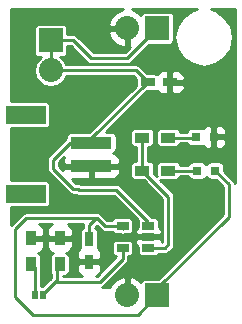
<source format=gbr>
G04 #@! TF.FileFunction,Copper,L1,Top,Signal*
%FSLAX46Y46*%
G04 Gerber Fmt 4.6, Leading zero omitted, Abs format (unit mm)*
G04 Created by KiCad (PCBNEW no-vcs-found-product) date mar 10 nov 2015 21:49:01 CST*
%MOMM*%
G01*
G04 APERTURE LIST*
%ADD10C,0.100000*%
%ADD11R,0.750000X1.200000*%
%ADD12R,1.200000X0.750000*%
%ADD13R,0.797560X0.797560*%
%ADD14R,2.032000X2.032000*%
%ADD15O,2.032000X2.032000*%
%ADD16R,3.395980X1.498600*%
%ADD17R,3.497580X0.995680*%
%ADD18R,1.200000X0.900000*%
%ADD19R,0.900000X1.200000*%
%ADD20R,0.508000X0.762000*%
%ADD21R,1.060000X0.650000*%
%ADD22C,0.250000*%
%ADD23C,0.254000*%
G04 APERTURE END LIST*
D10*
D11*
X134048500Y-115128000D03*
X134048500Y-117028000D03*
D12*
X139004000Y-101854000D03*
X140904000Y-101854000D03*
D13*
X144716500Y-109321600D03*
X143217900Y-109321600D03*
X143116300Y-106476800D03*
X144614900Y-106476800D03*
D14*
X130810000Y-98298000D03*
D15*
X130810000Y-100838000D03*
D14*
X139827000Y-97282000D03*
D15*
X137287000Y-97282000D03*
D16*
X128699260Y-104602280D03*
D17*
X134249160Y-106951780D03*
X134249160Y-108948220D03*
D16*
X128699260Y-111297720D03*
D14*
X139827000Y-119888000D03*
D15*
X137287000Y-119888000D03*
D18*
X138549200Y-109321600D03*
X140749200Y-109321600D03*
X138549200Y-106527600D03*
X140749200Y-106527600D03*
D19*
X131572000Y-115041500D03*
X131572000Y-117241500D03*
X129159000Y-115041500D03*
X129159000Y-117241500D03*
D20*
X130149600Y-119888000D03*
X129438400Y-119888000D03*
D21*
X139085500Y-115885000D03*
X139085500Y-114935000D03*
X139085500Y-113985000D03*
X136885500Y-113985000D03*
X136885500Y-115885000D03*
D22*
X134048500Y-115128000D02*
X134048500Y-113957100D01*
X134658100Y-113347500D02*
X134747000Y-113347500D01*
X134048500Y-113957100D02*
X134658100Y-113347500D01*
X139827000Y-119888000D02*
X139827000Y-119303800D01*
X139827000Y-119303800D02*
X145897600Y-113233200D01*
X145897600Y-110502700D02*
X144716500Y-109321600D01*
X145897600Y-113233200D02*
X145897600Y-110502700D01*
X136885500Y-113985000D02*
X135384500Y-113985000D01*
X138176000Y-121539000D02*
X139827000Y-119888000D01*
X129286000Y-121539000D02*
X138176000Y-121539000D01*
X127762000Y-120015000D02*
X129286000Y-121539000D01*
X127762000Y-114300000D02*
X127762000Y-120015000D01*
X128714500Y-113347500D02*
X127762000Y-114300000D01*
X134747000Y-113347500D02*
X128714500Y-113347500D01*
X135384500Y-113985000D02*
X134747000Y-113347500D01*
X136885500Y-114257000D02*
X136885500Y-113985000D01*
X139827000Y-118999000D02*
X139827000Y-119888000D01*
X134048500Y-117028000D02*
X134114500Y-117028000D01*
X139085500Y-113985000D02*
X139085500Y-113685500D01*
X139085500Y-113685500D02*
X136334500Y-110934500D01*
X136334500Y-110934500D02*
X133159500Y-110934500D01*
X133159500Y-110934500D02*
X133096000Y-110871000D01*
X133096000Y-110871000D02*
X132715000Y-110871000D01*
X132715000Y-110871000D02*
X131000500Y-109156500D01*
X131000500Y-109156500D02*
X131000500Y-108394500D01*
X131000500Y-108394500D02*
X132443220Y-106951780D01*
X132443220Y-106951780D02*
X134249160Y-106951780D01*
X130810000Y-100838000D02*
X130810000Y-98298000D01*
X130810000Y-100838000D02*
X137988000Y-100838000D01*
X137988000Y-100838000D02*
X139004000Y-101854000D01*
X134249160Y-106951780D02*
X134249160Y-106608840D01*
X134249160Y-106608840D02*
X139004000Y-101854000D01*
X130810000Y-98298000D02*
X132715000Y-98298000D01*
X132715000Y-98298000D02*
X134239000Y-99822000D01*
X134239000Y-99822000D02*
X137287000Y-99822000D01*
X137287000Y-99822000D02*
X139827000Y-97282000D01*
X143217900Y-109321600D02*
X140749200Y-109321600D01*
X140749200Y-106527600D02*
X143065500Y-106527600D01*
X143065500Y-106527600D02*
X143116300Y-106476800D01*
X138549200Y-106527600D02*
X138549200Y-109321600D01*
X138549200Y-109321600D02*
X140766800Y-111539200D01*
X140766800Y-111539200D02*
X140766800Y-115570000D01*
X140766800Y-115570000D02*
X140451800Y-115885000D01*
X140451800Y-115885000D02*
X139085500Y-115885000D01*
X131191000Y-118745000D02*
X134937500Y-118745000D01*
X136885500Y-116797000D02*
X136885500Y-115885000D01*
X134937500Y-118745000D02*
X136885500Y-116797000D01*
X130149600Y-119888000D02*
X130149600Y-119786400D01*
X130149600Y-119786400D02*
X131191000Y-118745000D01*
X131191000Y-118745000D02*
X131318000Y-118618000D01*
X131318000Y-118618000D02*
X131318000Y-117495500D01*
X131318000Y-117495500D02*
X131572000Y-117241500D01*
X129438400Y-119888000D02*
X129438400Y-117520900D01*
X129438400Y-117520900D02*
X129159000Y-117241500D01*
X129438400Y-119888000D02*
X129286000Y-119888000D01*
D23*
G36*
X136422182Y-95875615D02*
X135949812Y-96313621D01*
X135681017Y-96899054D01*
X135799633Y-97155000D01*
X137160000Y-97155000D01*
X137160000Y-97135000D01*
X137414000Y-97135000D01*
X137414000Y-97155000D01*
X137434000Y-97155000D01*
X137434000Y-97409000D01*
X137414000Y-97409000D01*
X137414000Y-98768836D01*
X137557687Y-98835721D01*
X137077408Y-99316000D01*
X134448592Y-99316000D01*
X133072796Y-97940204D01*
X132908638Y-97830517D01*
X132715000Y-97792000D01*
X132214464Y-97792000D01*
X132214464Y-97664946D01*
X135681017Y-97664946D01*
X135949812Y-98250379D01*
X136422182Y-98688385D01*
X136904056Y-98887975D01*
X137160000Y-98768836D01*
X137160000Y-97409000D01*
X135799633Y-97409000D01*
X135681017Y-97664946D01*
X132214464Y-97664946D01*
X132214464Y-97282000D01*
X132187897Y-97140810D01*
X132104454Y-97011135D01*
X131977134Y-96924141D01*
X131826000Y-96893536D01*
X129794000Y-96893536D01*
X129652810Y-96920103D01*
X129523135Y-97003546D01*
X129436141Y-97130866D01*
X129405536Y-97282000D01*
X129405536Y-99314000D01*
X129432103Y-99455190D01*
X129515546Y-99584865D01*
X129642866Y-99671859D01*
X129794000Y-99702464D01*
X130015863Y-99702464D01*
X129794803Y-99850172D01*
X129491971Y-100303391D01*
X129385631Y-100838000D01*
X129491971Y-101372609D01*
X129794803Y-101825828D01*
X130248022Y-102128660D01*
X130782631Y-102235000D01*
X130837369Y-102235000D01*
X131371978Y-102128660D01*
X131825197Y-101825828D01*
X132128029Y-101372609D01*
X132133720Y-101344000D01*
X137778408Y-101344000D01*
X138015536Y-101581128D01*
X138015536Y-102126872D01*
X134076932Y-106065476D01*
X132500370Y-106065476D01*
X132359180Y-106092043D01*
X132229505Y-106175486D01*
X132142511Y-106302806D01*
X132111906Y-106453940D01*
X132111906Y-106576289D01*
X132085424Y-106593984D01*
X130642704Y-108036704D01*
X130533017Y-108200862D01*
X130494500Y-108394500D01*
X130494500Y-109156500D01*
X130533017Y-109350138D01*
X130642704Y-109514296D01*
X132357204Y-111228796D01*
X132521362Y-111338483D01*
X132715000Y-111377000D01*
X132928472Y-111377000D01*
X132965862Y-111401983D01*
X133159500Y-111440500D01*
X136124908Y-111440500D01*
X138196906Y-113512498D01*
X138167036Y-113660000D01*
X138167036Y-114100439D01*
X138017173Y-114250301D01*
X137920500Y-114483690D01*
X137920500Y-114649250D01*
X138079250Y-114808000D01*
X138958500Y-114808000D01*
X138958500Y-114788000D01*
X139212500Y-114788000D01*
X139212500Y-114808000D01*
X140091750Y-114808000D01*
X140250500Y-114649250D01*
X140250500Y-114483690D01*
X140153827Y-114250301D01*
X140003964Y-114100439D01*
X140003964Y-113660000D01*
X139977397Y-113518810D01*
X139893954Y-113389135D01*
X139766634Y-113302141D01*
X139615500Y-113271536D01*
X139387128Y-113271536D01*
X136692296Y-110576704D01*
X136528138Y-110467017D01*
X136334500Y-110428500D01*
X133327028Y-110428500D01*
X133289638Y-110403517D01*
X133096000Y-110365000D01*
X132924592Y-110365000D01*
X132640652Y-110081060D01*
X133963410Y-110081060D01*
X134122160Y-109922310D01*
X134122160Y-109075220D01*
X134376160Y-109075220D01*
X134376160Y-109922310D01*
X134534910Y-110081060D01*
X136124260Y-110081060D01*
X136357649Y-109984387D01*
X136536277Y-109805758D01*
X136632950Y-109572369D01*
X136632950Y-109233970D01*
X136474200Y-109075220D01*
X134376160Y-109075220D01*
X134122160Y-109075220D01*
X132024120Y-109075220D01*
X131865370Y-109233970D01*
X131865370Y-109305778D01*
X131506500Y-108946908D01*
X131506500Y-108604092D01*
X131921125Y-108189467D01*
X131865370Y-108324071D01*
X131865370Y-108662470D01*
X132024120Y-108821220D01*
X134122160Y-108821220D01*
X134122160Y-108801220D01*
X134376160Y-108801220D01*
X134376160Y-108821220D01*
X136474200Y-108821220D01*
X136632950Y-108662470D01*
X136632950Y-108324071D01*
X136536277Y-108090682D01*
X136357649Y-107912053D01*
X136124260Y-107815380D01*
X136118610Y-107815380D01*
X136139140Y-107811517D01*
X136268815Y-107728074D01*
X136355809Y-107600754D01*
X136386414Y-107449620D01*
X136386414Y-106453940D01*
X136359847Y-106312750D01*
X136276404Y-106183075D01*
X136149084Y-106096081D01*
X135997950Y-106065476D01*
X135508116Y-106065476D01*
X138956128Y-102617464D01*
X139604000Y-102617464D01*
X139745190Y-102590897D01*
X139762081Y-102580028D01*
X139765673Y-102588699D01*
X139944302Y-102767327D01*
X140177691Y-102864000D01*
X140618250Y-102864000D01*
X140777000Y-102705250D01*
X140777000Y-101981000D01*
X141031000Y-101981000D01*
X141031000Y-102705250D01*
X141189750Y-102864000D01*
X141630309Y-102864000D01*
X141863698Y-102767327D01*
X142042327Y-102588699D01*
X142139000Y-102355310D01*
X142139000Y-102139750D01*
X141980250Y-101981000D01*
X141031000Y-101981000D01*
X140777000Y-101981000D01*
X140757000Y-101981000D01*
X140757000Y-101727000D01*
X140777000Y-101727000D01*
X140777000Y-101002750D01*
X141031000Y-101002750D01*
X141031000Y-101727000D01*
X141980250Y-101727000D01*
X142139000Y-101568250D01*
X142139000Y-101352690D01*
X142042327Y-101119301D01*
X141863698Y-100940673D01*
X141630309Y-100844000D01*
X141189750Y-100844000D01*
X141031000Y-101002750D01*
X140777000Y-101002750D01*
X140618250Y-100844000D01*
X140177691Y-100844000D01*
X139944302Y-100940673D01*
X139765673Y-101119301D01*
X139762754Y-101126348D01*
X139755134Y-101121141D01*
X139604000Y-101090536D01*
X138956128Y-101090536D01*
X138345796Y-100480204D01*
X138181638Y-100370517D01*
X137988000Y-100332000D01*
X132133720Y-100332000D01*
X132128029Y-100303391D01*
X131825197Y-99850172D01*
X131604137Y-99702464D01*
X131826000Y-99702464D01*
X131967190Y-99675897D01*
X132096865Y-99592454D01*
X132183859Y-99465134D01*
X132214464Y-99314000D01*
X132214464Y-98804000D01*
X132505408Y-98804000D01*
X133881204Y-100179796D01*
X134045362Y-100289483D01*
X134239000Y-100328000D01*
X137287000Y-100328000D01*
X137480638Y-100289483D01*
X137644796Y-100179796D01*
X139138128Y-98686464D01*
X140843000Y-98686464D01*
X140984190Y-98659897D01*
X141113865Y-98576454D01*
X141200859Y-98449134D01*
X141231464Y-98298000D01*
X141231464Y-96266000D01*
X141204897Y-96124810D01*
X141121454Y-95995135D01*
X140994134Y-95908141D01*
X140843000Y-95877536D01*
X138811000Y-95877536D01*
X138669810Y-95904103D01*
X138540135Y-95987546D01*
X138453141Y-96114866D01*
X138446296Y-96148670D01*
X138151818Y-95875615D01*
X137681955Y-95681000D01*
X143181767Y-95681000D01*
X142815399Y-95753875D01*
X142011215Y-96291215D01*
X141473875Y-97095399D01*
X141285187Y-98044000D01*
X141473875Y-98992601D01*
X142011215Y-99796785D01*
X142815399Y-100334125D01*
X143764000Y-100522813D01*
X144712601Y-100334125D01*
X145516785Y-99796785D01*
X146054125Y-98992601D01*
X146242813Y-98044000D01*
X146054125Y-97095399D01*
X145516785Y-96291215D01*
X144712601Y-95753875D01*
X144346233Y-95681000D01*
X146381000Y-95681000D01*
X146381000Y-110389082D01*
X146365083Y-110309062D01*
X146255396Y-110144904D01*
X145503744Y-109393252D01*
X145503744Y-108922820D01*
X145477177Y-108781630D01*
X145393734Y-108651955D01*
X145266414Y-108564961D01*
X145115280Y-108534356D01*
X144317720Y-108534356D01*
X144176530Y-108560923D01*
X144046855Y-108644366D01*
X143966204Y-108762402D01*
X143895134Y-108651955D01*
X143767814Y-108564961D01*
X143616680Y-108534356D01*
X142819120Y-108534356D01*
X142677930Y-108560923D01*
X142548255Y-108644366D01*
X142461261Y-108771686D01*
X142452368Y-108815600D01*
X141727127Y-108815600D01*
X141711097Y-108730410D01*
X141627654Y-108600735D01*
X141500334Y-108513741D01*
X141349200Y-108483136D01*
X140149200Y-108483136D01*
X140008010Y-108509703D01*
X139878335Y-108593146D01*
X139791341Y-108720466D01*
X139760736Y-108871600D01*
X139760736Y-109771600D01*
X139771385Y-109828193D01*
X139537664Y-109594472D01*
X139537664Y-108871600D01*
X139511097Y-108730410D01*
X139427654Y-108600735D01*
X139300334Y-108513741D01*
X139149200Y-108483136D01*
X139055200Y-108483136D01*
X139055200Y-107366064D01*
X139149200Y-107366064D01*
X139290390Y-107339497D01*
X139420065Y-107256054D01*
X139507059Y-107128734D01*
X139537664Y-106977600D01*
X139537664Y-106077600D01*
X139760736Y-106077600D01*
X139760736Y-106977600D01*
X139787303Y-107118790D01*
X139870746Y-107248465D01*
X139998066Y-107335459D01*
X140149200Y-107366064D01*
X141349200Y-107366064D01*
X141490390Y-107339497D01*
X141620065Y-107256054D01*
X141707059Y-107128734D01*
X141726324Y-107033600D01*
X142366453Y-107033600D01*
X142439066Y-107146445D01*
X142566386Y-107233439D01*
X142717520Y-107264044D01*
X143515080Y-107264044D01*
X143656270Y-107237477D01*
X143673982Y-107226079D01*
X143677793Y-107235279D01*
X143856422Y-107413907D01*
X144089811Y-107510580D01*
X144329150Y-107510580D01*
X144487900Y-107351830D01*
X144487900Y-106603800D01*
X144741900Y-106603800D01*
X144741900Y-107351830D01*
X144900650Y-107510580D01*
X145139989Y-107510580D01*
X145373378Y-107413907D01*
X145552007Y-107235279D01*
X145648680Y-107001890D01*
X145648680Y-106762550D01*
X145489930Y-106603800D01*
X144741900Y-106603800D01*
X144487900Y-106603800D01*
X144467900Y-106603800D01*
X144467900Y-106349800D01*
X144487900Y-106349800D01*
X144487900Y-105601770D01*
X144741900Y-105601770D01*
X144741900Y-106349800D01*
X145489930Y-106349800D01*
X145648680Y-106191050D01*
X145648680Y-105951710D01*
X145552007Y-105718321D01*
X145373378Y-105539693D01*
X145139989Y-105443020D01*
X144900650Y-105443020D01*
X144741900Y-105601770D01*
X144487900Y-105601770D01*
X144329150Y-105443020D01*
X144089811Y-105443020D01*
X143856422Y-105539693D01*
X143677793Y-105718321D01*
X143674645Y-105725921D01*
X143666214Y-105720161D01*
X143515080Y-105689556D01*
X142717520Y-105689556D01*
X142576330Y-105716123D01*
X142446655Y-105799566D01*
X142359661Y-105926886D01*
X142340481Y-106021600D01*
X141727127Y-106021600D01*
X141711097Y-105936410D01*
X141627654Y-105806735D01*
X141500334Y-105719741D01*
X141349200Y-105689136D01*
X140149200Y-105689136D01*
X140008010Y-105715703D01*
X139878335Y-105799146D01*
X139791341Y-105926466D01*
X139760736Y-106077600D01*
X139537664Y-106077600D01*
X139511097Y-105936410D01*
X139427654Y-105806735D01*
X139300334Y-105719741D01*
X139149200Y-105689136D01*
X137949200Y-105689136D01*
X137808010Y-105715703D01*
X137678335Y-105799146D01*
X137591341Y-105926466D01*
X137560736Y-106077600D01*
X137560736Y-106977600D01*
X137587303Y-107118790D01*
X137670746Y-107248465D01*
X137798066Y-107335459D01*
X137949200Y-107366064D01*
X138043200Y-107366064D01*
X138043200Y-108483136D01*
X137949200Y-108483136D01*
X137808010Y-108509703D01*
X137678335Y-108593146D01*
X137591341Y-108720466D01*
X137560736Y-108871600D01*
X137560736Y-109771600D01*
X137587303Y-109912790D01*
X137670746Y-110042465D01*
X137798066Y-110129459D01*
X137949200Y-110160064D01*
X138672072Y-110160064D01*
X140260800Y-111748792D01*
X140260800Y-115360408D01*
X140250500Y-115370708D01*
X140250500Y-115220750D01*
X140091750Y-115062000D01*
X139212500Y-115062000D01*
X139212500Y-115082000D01*
X138958500Y-115082000D01*
X138958500Y-115062000D01*
X138079250Y-115062000D01*
X137920500Y-115220750D01*
X137920500Y-115386310D01*
X138017173Y-115619699D01*
X138167036Y-115769561D01*
X138167036Y-116210000D01*
X138193603Y-116351190D01*
X138277046Y-116480865D01*
X138404366Y-116567859D01*
X138555500Y-116598464D01*
X139615500Y-116598464D01*
X139756690Y-116571897D01*
X139886365Y-116488454D01*
X139952952Y-116391000D01*
X140451800Y-116391000D01*
X140645438Y-116352483D01*
X140809596Y-116242796D01*
X141124596Y-115927796D01*
X141234283Y-115763638D01*
X141272800Y-115570000D01*
X141272800Y-111539200D01*
X141234283Y-111345562D01*
X141124596Y-111181404D01*
X140091590Y-110148398D01*
X140149200Y-110160064D01*
X141349200Y-110160064D01*
X141490390Y-110133497D01*
X141620065Y-110050054D01*
X141707059Y-109922734D01*
X141726324Y-109827600D01*
X142450831Y-109827600D01*
X142457223Y-109861570D01*
X142540666Y-109991245D01*
X142667986Y-110078239D01*
X142819120Y-110108844D01*
X143616680Y-110108844D01*
X143757870Y-110082277D01*
X143887545Y-109998834D01*
X143968196Y-109880798D01*
X144039266Y-109991245D01*
X144166586Y-110078239D01*
X144317720Y-110108844D01*
X144788152Y-110108844D01*
X145391600Y-110712292D01*
X145391600Y-113023608D01*
X139931672Y-118483536D01*
X138811000Y-118483536D01*
X138669810Y-118510103D01*
X138540135Y-118593546D01*
X138453141Y-118720866D01*
X138446296Y-118754670D01*
X138151818Y-118481615D01*
X137669944Y-118282025D01*
X137414000Y-118401164D01*
X137414000Y-119761000D01*
X137434000Y-119761000D01*
X137434000Y-120015000D01*
X137414000Y-120015000D01*
X137414000Y-120035000D01*
X137160000Y-120035000D01*
X137160000Y-120015000D01*
X137140000Y-120015000D01*
X137140000Y-119761000D01*
X137160000Y-119761000D01*
X137160000Y-118401164D01*
X136904056Y-118282025D01*
X136422182Y-118481615D01*
X135949812Y-118919621D01*
X135830813Y-119178800D01*
X135181548Y-119178800D01*
X135295296Y-119102796D01*
X137243296Y-117154796D01*
X137352983Y-116990638D01*
X137391500Y-116797000D01*
X137391500Y-116598464D01*
X137415500Y-116598464D01*
X137556690Y-116571897D01*
X137686365Y-116488454D01*
X137773359Y-116361134D01*
X137803964Y-116210000D01*
X137803964Y-115560000D01*
X137777397Y-115418810D01*
X137693954Y-115289135D01*
X137566634Y-115202141D01*
X137415500Y-115171536D01*
X136355500Y-115171536D01*
X136214310Y-115198103D01*
X136084635Y-115281546D01*
X135997641Y-115408866D01*
X135967036Y-115560000D01*
X135967036Y-116210000D01*
X135993603Y-116351190D01*
X136077046Y-116480865D01*
X136204366Y-116567859D01*
X136355500Y-116598464D01*
X136368444Y-116598464D01*
X134727908Y-118239000D01*
X134607751Y-118239000D01*
X134783199Y-118166327D01*
X134961827Y-117987698D01*
X135058500Y-117754309D01*
X135058500Y-117313750D01*
X134899750Y-117155000D01*
X134175500Y-117155000D01*
X134175500Y-117175000D01*
X133921500Y-117175000D01*
X133921500Y-117155000D01*
X133197250Y-117155000D01*
X133038500Y-117313750D01*
X133038500Y-117754309D01*
X133135173Y-117987698D01*
X133313801Y-118166327D01*
X133489249Y-118239000D01*
X131824000Y-118239000D01*
X131824000Y-118229964D01*
X132022000Y-118229964D01*
X132163190Y-118203397D01*
X132292865Y-118119954D01*
X132379859Y-117992634D01*
X132410464Y-117841500D01*
X132410464Y-116641500D01*
X132383897Y-116500310D01*
X132300454Y-116370635D01*
X132173134Y-116283641D01*
X132137870Y-116276500D01*
X132148310Y-116276500D01*
X132381699Y-116179827D01*
X132560327Y-116001198D01*
X132657000Y-115767809D01*
X132657000Y-115327250D01*
X132498250Y-115168500D01*
X131699000Y-115168500D01*
X131699000Y-115188500D01*
X131445000Y-115188500D01*
X131445000Y-115168500D01*
X130645750Y-115168500D01*
X130487000Y-115327250D01*
X130487000Y-115767809D01*
X130583673Y-116001198D01*
X130762301Y-116179827D01*
X130995690Y-116276500D01*
X130997301Y-116276500D01*
X130980810Y-116279603D01*
X130851135Y-116363046D01*
X130764141Y-116490366D01*
X130733536Y-116641500D01*
X130733536Y-117841500D01*
X130760103Y-117982690D01*
X130812000Y-118063341D01*
X130812000Y-118408408D01*
X130101872Y-119118536D01*
X129944400Y-119118536D01*
X129944400Y-118025504D01*
X129966859Y-117992634D01*
X129997464Y-117841500D01*
X129997464Y-116641500D01*
X129970897Y-116500310D01*
X129887454Y-116370635D01*
X129760134Y-116283641D01*
X129724870Y-116276500D01*
X129735310Y-116276500D01*
X129968699Y-116179827D01*
X130147327Y-116001198D01*
X130244000Y-115767809D01*
X130244000Y-115327250D01*
X130085250Y-115168500D01*
X129286000Y-115168500D01*
X129286000Y-115188500D01*
X129032000Y-115188500D01*
X129032000Y-115168500D01*
X129012000Y-115168500D01*
X129012000Y-114914500D01*
X129032000Y-114914500D01*
X129032000Y-114894500D01*
X129286000Y-114894500D01*
X129286000Y-114914500D01*
X130085250Y-114914500D01*
X130244000Y-114755750D01*
X130244000Y-114315191D01*
X130147327Y-114081802D01*
X129968699Y-113903173D01*
X129848778Y-113853500D01*
X130882222Y-113853500D01*
X130762301Y-113903173D01*
X130583673Y-114081802D01*
X130487000Y-114315191D01*
X130487000Y-114755750D01*
X130645750Y-114914500D01*
X131445000Y-114914500D01*
X131445000Y-114894500D01*
X131699000Y-114894500D01*
X131699000Y-114914500D01*
X132498250Y-114914500D01*
X132657000Y-114755750D01*
X132657000Y-114315191D01*
X132560327Y-114081802D01*
X132381699Y-113903173D01*
X132261778Y-113853500D01*
X133563107Y-113853500D01*
X133542500Y-113957100D01*
X133542500Y-114164186D01*
X133532310Y-114166103D01*
X133402635Y-114249546D01*
X133315641Y-114376866D01*
X133285036Y-114528000D01*
X133285036Y-115728000D01*
X133311603Y-115869190D01*
X133322472Y-115886081D01*
X133313801Y-115889673D01*
X133135173Y-116068302D01*
X133038500Y-116301691D01*
X133038500Y-116742250D01*
X133197250Y-116901000D01*
X133921500Y-116901000D01*
X133921500Y-116881000D01*
X134175500Y-116881000D01*
X134175500Y-116901000D01*
X134899750Y-116901000D01*
X135058500Y-116742250D01*
X135058500Y-116301691D01*
X134961827Y-116068302D01*
X134783199Y-115889673D01*
X134776152Y-115886754D01*
X134781359Y-115879134D01*
X134811964Y-115728000D01*
X134811964Y-114528000D01*
X134785397Y-114386810D01*
X134701954Y-114257135D01*
X134574634Y-114170141D01*
X134555022Y-114166170D01*
X134702550Y-114018642D01*
X135026704Y-114342796D01*
X135190862Y-114452483D01*
X135384500Y-114491000D01*
X136019220Y-114491000D01*
X136077046Y-114580865D01*
X136204366Y-114667859D01*
X136355500Y-114698464D01*
X136652922Y-114698464D01*
X136691862Y-114724483D01*
X136885500Y-114763000D01*
X137079138Y-114724483D01*
X137118078Y-114698464D01*
X137415500Y-114698464D01*
X137556690Y-114671897D01*
X137686365Y-114588454D01*
X137773359Y-114461134D01*
X137803964Y-114310000D01*
X137803964Y-113660000D01*
X137777397Y-113518810D01*
X137693954Y-113389135D01*
X137566634Y-113302141D01*
X137415500Y-113271536D01*
X136355500Y-113271536D01*
X136214310Y-113298103D01*
X136084635Y-113381546D01*
X136018048Y-113479000D01*
X135594092Y-113479000D01*
X135104796Y-112989704D01*
X134940638Y-112880017D01*
X134747000Y-112841500D01*
X128714500Y-112841500D01*
X128520862Y-112880017D01*
X128356704Y-112989704D01*
X127431000Y-113915408D01*
X127431000Y-112435484D01*
X130397250Y-112435484D01*
X130538440Y-112408917D01*
X130668115Y-112325474D01*
X130755109Y-112198154D01*
X130785714Y-112047020D01*
X130785714Y-110548420D01*
X130759147Y-110407230D01*
X130675704Y-110277555D01*
X130548384Y-110190561D01*
X130397250Y-110159956D01*
X127431000Y-110159956D01*
X127431000Y-105740044D01*
X130397250Y-105740044D01*
X130538440Y-105713477D01*
X130668115Y-105630034D01*
X130755109Y-105502714D01*
X130785714Y-105351580D01*
X130785714Y-103852980D01*
X130759147Y-103711790D01*
X130675704Y-103582115D01*
X130548384Y-103495121D01*
X130397250Y-103464516D01*
X127431000Y-103464516D01*
X127431000Y-95681000D01*
X136892045Y-95681000D01*
X136422182Y-95875615D01*
X136422182Y-95875615D01*
G37*
X136422182Y-95875615D02*
X135949812Y-96313621D01*
X135681017Y-96899054D01*
X135799633Y-97155000D01*
X137160000Y-97155000D01*
X137160000Y-97135000D01*
X137414000Y-97135000D01*
X137414000Y-97155000D01*
X137434000Y-97155000D01*
X137434000Y-97409000D01*
X137414000Y-97409000D01*
X137414000Y-98768836D01*
X137557687Y-98835721D01*
X137077408Y-99316000D01*
X134448592Y-99316000D01*
X133072796Y-97940204D01*
X132908638Y-97830517D01*
X132715000Y-97792000D01*
X132214464Y-97792000D01*
X132214464Y-97664946D01*
X135681017Y-97664946D01*
X135949812Y-98250379D01*
X136422182Y-98688385D01*
X136904056Y-98887975D01*
X137160000Y-98768836D01*
X137160000Y-97409000D01*
X135799633Y-97409000D01*
X135681017Y-97664946D01*
X132214464Y-97664946D01*
X132214464Y-97282000D01*
X132187897Y-97140810D01*
X132104454Y-97011135D01*
X131977134Y-96924141D01*
X131826000Y-96893536D01*
X129794000Y-96893536D01*
X129652810Y-96920103D01*
X129523135Y-97003546D01*
X129436141Y-97130866D01*
X129405536Y-97282000D01*
X129405536Y-99314000D01*
X129432103Y-99455190D01*
X129515546Y-99584865D01*
X129642866Y-99671859D01*
X129794000Y-99702464D01*
X130015863Y-99702464D01*
X129794803Y-99850172D01*
X129491971Y-100303391D01*
X129385631Y-100838000D01*
X129491971Y-101372609D01*
X129794803Y-101825828D01*
X130248022Y-102128660D01*
X130782631Y-102235000D01*
X130837369Y-102235000D01*
X131371978Y-102128660D01*
X131825197Y-101825828D01*
X132128029Y-101372609D01*
X132133720Y-101344000D01*
X137778408Y-101344000D01*
X138015536Y-101581128D01*
X138015536Y-102126872D01*
X134076932Y-106065476D01*
X132500370Y-106065476D01*
X132359180Y-106092043D01*
X132229505Y-106175486D01*
X132142511Y-106302806D01*
X132111906Y-106453940D01*
X132111906Y-106576289D01*
X132085424Y-106593984D01*
X130642704Y-108036704D01*
X130533017Y-108200862D01*
X130494500Y-108394500D01*
X130494500Y-109156500D01*
X130533017Y-109350138D01*
X130642704Y-109514296D01*
X132357204Y-111228796D01*
X132521362Y-111338483D01*
X132715000Y-111377000D01*
X132928472Y-111377000D01*
X132965862Y-111401983D01*
X133159500Y-111440500D01*
X136124908Y-111440500D01*
X138196906Y-113512498D01*
X138167036Y-113660000D01*
X138167036Y-114100439D01*
X138017173Y-114250301D01*
X137920500Y-114483690D01*
X137920500Y-114649250D01*
X138079250Y-114808000D01*
X138958500Y-114808000D01*
X138958500Y-114788000D01*
X139212500Y-114788000D01*
X139212500Y-114808000D01*
X140091750Y-114808000D01*
X140250500Y-114649250D01*
X140250500Y-114483690D01*
X140153827Y-114250301D01*
X140003964Y-114100439D01*
X140003964Y-113660000D01*
X139977397Y-113518810D01*
X139893954Y-113389135D01*
X139766634Y-113302141D01*
X139615500Y-113271536D01*
X139387128Y-113271536D01*
X136692296Y-110576704D01*
X136528138Y-110467017D01*
X136334500Y-110428500D01*
X133327028Y-110428500D01*
X133289638Y-110403517D01*
X133096000Y-110365000D01*
X132924592Y-110365000D01*
X132640652Y-110081060D01*
X133963410Y-110081060D01*
X134122160Y-109922310D01*
X134122160Y-109075220D01*
X134376160Y-109075220D01*
X134376160Y-109922310D01*
X134534910Y-110081060D01*
X136124260Y-110081060D01*
X136357649Y-109984387D01*
X136536277Y-109805758D01*
X136632950Y-109572369D01*
X136632950Y-109233970D01*
X136474200Y-109075220D01*
X134376160Y-109075220D01*
X134122160Y-109075220D01*
X132024120Y-109075220D01*
X131865370Y-109233970D01*
X131865370Y-109305778D01*
X131506500Y-108946908D01*
X131506500Y-108604092D01*
X131921125Y-108189467D01*
X131865370Y-108324071D01*
X131865370Y-108662470D01*
X132024120Y-108821220D01*
X134122160Y-108821220D01*
X134122160Y-108801220D01*
X134376160Y-108801220D01*
X134376160Y-108821220D01*
X136474200Y-108821220D01*
X136632950Y-108662470D01*
X136632950Y-108324071D01*
X136536277Y-108090682D01*
X136357649Y-107912053D01*
X136124260Y-107815380D01*
X136118610Y-107815380D01*
X136139140Y-107811517D01*
X136268815Y-107728074D01*
X136355809Y-107600754D01*
X136386414Y-107449620D01*
X136386414Y-106453940D01*
X136359847Y-106312750D01*
X136276404Y-106183075D01*
X136149084Y-106096081D01*
X135997950Y-106065476D01*
X135508116Y-106065476D01*
X138956128Y-102617464D01*
X139604000Y-102617464D01*
X139745190Y-102590897D01*
X139762081Y-102580028D01*
X139765673Y-102588699D01*
X139944302Y-102767327D01*
X140177691Y-102864000D01*
X140618250Y-102864000D01*
X140777000Y-102705250D01*
X140777000Y-101981000D01*
X141031000Y-101981000D01*
X141031000Y-102705250D01*
X141189750Y-102864000D01*
X141630309Y-102864000D01*
X141863698Y-102767327D01*
X142042327Y-102588699D01*
X142139000Y-102355310D01*
X142139000Y-102139750D01*
X141980250Y-101981000D01*
X141031000Y-101981000D01*
X140777000Y-101981000D01*
X140757000Y-101981000D01*
X140757000Y-101727000D01*
X140777000Y-101727000D01*
X140777000Y-101002750D01*
X141031000Y-101002750D01*
X141031000Y-101727000D01*
X141980250Y-101727000D01*
X142139000Y-101568250D01*
X142139000Y-101352690D01*
X142042327Y-101119301D01*
X141863698Y-100940673D01*
X141630309Y-100844000D01*
X141189750Y-100844000D01*
X141031000Y-101002750D01*
X140777000Y-101002750D01*
X140618250Y-100844000D01*
X140177691Y-100844000D01*
X139944302Y-100940673D01*
X139765673Y-101119301D01*
X139762754Y-101126348D01*
X139755134Y-101121141D01*
X139604000Y-101090536D01*
X138956128Y-101090536D01*
X138345796Y-100480204D01*
X138181638Y-100370517D01*
X137988000Y-100332000D01*
X132133720Y-100332000D01*
X132128029Y-100303391D01*
X131825197Y-99850172D01*
X131604137Y-99702464D01*
X131826000Y-99702464D01*
X131967190Y-99675897D01*
X132096865Y-99592454D01*
X132183859Y-99465134D01*
X132214464Y-99314000D01*
X132214464Y-98804000D01*
X132505408Y-98804000D01*
X133881204Y-100179796D01*
X134045362Y-100289483D01*
X134239000Y-100328000D01*
X137287000Y-100328000D01*
X137480638Y-100289483D01*
X137644796Y-100179796D01*
X139138128Y-98686464D01*
X140843000Y-98686464D01*
X140984190Y-98659897D01*
X141113865Y-98576454D01*
X141200859Y-98449134D01*
X141231464Y-98298000D01*
X141231464Y-96266000D01*
X141204897Y-96124810D01*
X141121454Y-95995135D01*
X140994134Y-95908141D01*
X140843000Y-95877536D01*
X138811000Y-95877536D01*
X138669810Y-95904103D01*
X138540135Y-95987546D01*
X138453141Y-96114866D01*
X138446296Y-96148670D01*
X138151818Y-95875615D01*
X137681955Y-95681000D01*
X143181767Y-95681000D01*
X142815399Y-95753875D01*
X142011215Y-96291215D01*
X141473875Y-97095399D01*
X141285187Y-98044000D01*
X141473875Y-98992601D01*
X142011215Y-99796785D01*
X142815399Y-100334125D01*
X143764000Y-100522813D01*
X144712601Y-100334125D01*
X145516785Y-99796785D01*
X146054125Y-98992601D01*
X146242813Y-98044000D01*
X146054125Y-97095399D01*
X145516785Y-96291215D01*
X144712601Y-95753875D01*
X144346233Y-95681000D01*
X146381000Y-95681000D01*
X146381000Y-110389082D01*
X146365083Y-110309062D01*
X146255396Y-110144904D01*
X145503744Y-109393252D01*
X145503744Y-108922820D01*
X145477177Y-108781630D01*
X145393734Y-108651955D01*
X145266414Y-108564961D01*
X145115280Y-108534356D01*
X144317720Y-108534356D01*
X144176530Y-108560923D01*
X144046855Y-108644366D01*
X143966204Y-108762402D01*
X143895134Y-108651955D01*
X143767814Y-108564961D01*
X143616680Y-108534356D01*
X142819120Y-108534356D01*
X142677930Y-108560923D01*
X142548255Y-108644366D01*
X142461261Y-108771686D01*
X142452368Y-108815600D01*
X141727127Y-108815600D01*
X141711097Y-108730410D01*
X141627654Y-108600735D01*
X141500334Y-108513741D01*
X141349200Y-108483136D01*
X140149200Y-108483136D01*
X140008010Y-108509703D01*
X139878335Y-108593146D01*
X139791341Y-108720466D01*
X139760736Y-108871600D01*
X139760736Y-109771600D01*
X139771385Y-109828193D01*
X139537664Y-109594472D01*
X139537664Y-108871600D01*
X139511097Y-108730410D01*
X139427654Y-108600735D01*
X139300334Y-108513741D01*
X139149200Y-108483136D01*
X139055200Y-108483136D01*
X139055200Y-107366064D01*
X139149200Y-107366064D01*
X139290390Y-107339497D01*
X139420065Y-107256054D01*
X139507059Y-107128734D01*
X139537664Y-106977600D01*
X139537664Y-106077600D01*
X139760736Y-106077600D01*
X139760736Y-106977600D01*
X139787303Y-107118790D01*
X139870746Y-107248465D01*
X139998066Y-107335459D01*
X140149200Y-107366064D01*
X141349200Y-107366064D01*
X141490390Y-107339497D01*
X141620065Y-107256054D01*
X141707059Y-107128734D01*
X141726324Y-107033600D01*
X142366453Y-107033600D01*
X142439066Y-107146445D01*
X142566386Y-107233439D01*
X142717520Y-107264044D01*
X143515080Y-107264044D01*
X143656270Y-107237477D01*
X143673982Y-107226079D01*
X143677793Y-107235279D01*
X143856422Y-107413907D01*
X144089811Y-107510580D01*
X144329150Y-107510580D01*
X144487900Y-107351830D01*
X144487900Y-106603800D01*
X144741900Y-106603800D01*
X144741900Y-107351830D01*
X144900650Y-107510580D01*
X145139989Y-107510580D01*
X145373378Y-107413907D01*
X145552007Y-107235279D01*
X145648680Y-107001890D01*
X145648680Y-106762550D01*
X145489930Y-106603800D01*
X144741900Y-106603800D01*
X144487900Y-106603800D01*
X144467900Y-106603800D01*
X144467900Y-106349800D01*
X144487900Y-106349800D01*
X144487900Y-105601770D01*
X144741900Y-105601770D01*
X144741900Y-106349800D01*
X145489930Y-106349800D01*
X145648680Y-106191050D01*
X145648680Y-105951710D01*
X145552007Y-105718321D01*
X145373378Y-105539693D01*
X145139989Y-105443020D01*
X144900650Y-105443020D01*
X144741900Y-105601770D01*
X144487900Y-105601770D01*
X144329150Y-105443020D01*
X144089811Y-105443020D01*
X143856422Y-105539693D01*
X143677793Y-105718321D01*
X143674645Y-105725921D01*
X143666214Y-105720161D01*
X143515080Y-105689556D01*
X142717520Y-105689556D01*
X142576330Y-105716123D01*
X142446655Y-105799566D01*
X142359661Y-105926886D01*
X142340481Y-106021600D01*
X141727127Y-106021600D01*
X141711097Y-105936410D01*
X141627654Y-105806735D01*
X141500334Y-105719741D01*
X141349200Y-105689136D01*
X140149200Y-105689136D01*
X140008010Y-105715703D01*
X139878335Y-105799146D01*
X139791341Y-105926466D01*
X139760736Y-106077600D01*
X139537664Y-106077600D01*
X139511097Y-105936410D01*
X139427654Y-105806735D01*
X139300334Y-105719741D01*
X139149200Y-105689136D01*
X137949200Y-105689136D01*
X137808010Y-105715703D01*
X137678335Y-105799146D01*
X137591341Y-105926466D01*
X137560736Y-106077600D01*
X137560736Y-106977600D01*
X137587303Y-107118790D01*
X137670746Y-107248465D01*
X137798066Y-107335459D01*
X137949200Y-107366064D01*
X138043200Y-107366064D01*
X138043200Y-108483136D01*
X137949200Y-108483136D01*
X137808010Y-108509703D01*
X137678335Y-108593146D01*
X137591341Y-108720466D01*
X137560736Y-108871600D01*
X137560736Y-109771600D01*
X137587303Y-109912790D01*
X137670746Y-110042465D01*
X137798066Y-110129459D01*
X137949200Y-110160064D01*
X138672072Y-110160064D01*
X140260800Y-111748792D01*
X140260800Y-115360408D01*
X140250500Y-115370708D01*
X140250500Y-115220750D01*
X140091750Y-115062000D01*
X139212500Y-115062000D01*
X139212500Y-115082000D01*
X138958500Y-115082000D01*
X138958500Y-115062000D01*
X138079250Y-115062000D01*
X137920500Y-115220750D01*
X137920500Y-115386310D01*
X138017173Y-115619699D01*
X138167036Y-115769561D01*
X138167036Y-116210000D01*
X138193603Y-116351190D01*
X138277046Y-116480865D01*
X138404366Y-116567859D01*
X138555500Y-116598464D01*
X139615500Y-116598464D01*
X139756690Y-116571897D01*
X139886365Y-116488454D01*
X139952952Y-116391000D01*
X140451800Y-116391000D01*
X140645438Y-116352483D01*
X140809596Y-116242796D01*
X141124596Y-115927796D01*
X141234283Y-115763638D01*
X141272800Y-115570000D01*
X141272800Y-111539200D01*
X141234283Y-111345562D01*
X141124596Y-111181404D01*
X140091590Y-110148398D01*
X140149200Y-110160064D01*
X141349200Y-110160064D01*
X141490390Y-110133497D01*
X141620065Y-110050054D01*
X141707059Y-109922734D01*
X141726324Y-109827600D01*
X142450831Y-109827600D01*
X142457223Y-109861570D01*
X142540666Y-109991245D01*
X142667986Y-110078239D01*
X142819120Y-110108844D01*
X143616680Y-110108844D01*
X143757870Y-110082277D01*
X143887545Y-109998834D01*
X143968196Y-109880798D01*
X144039266Y-109991245D01*
X144166586Y-110078239D01*
X144317720Y-110108844D01*
X144788152Y-110108844D01*
X145391600Y-110712292D01*
X145391600Y-113023608D01*
X139931672Y-118483536D01*
X138811000Y-118483536D01*
X138669810Y-118510103D01*
X138540135Y-118593546D01*
X138453141Y-118720866D01*
X138446296Y-118754670D01*
X138151818Y-118481615D01*
X137669944Y-118282025D01*
X137414000Y-118401164D01*
X137414000Y-119761000D01*
X137434000Y-119761000D01*
X137434000Y-120015000D01*
X137414000Y-120015000D01*
X137414000Y-120035000D01*
X137160000Y-120035000D01*
X137160000Y-120015000D01*
X137140000Y-120015000D01*
X137140000Y-119761000D01*
X137160000Y-119761000D01*
X137160000Y-118401164D01*
X136904056Y-118282025D01*
X136422182Y-118481615D01*
X135949812Y-118919621D01*
X135830813Y-119178800D01*
X135181548Y-119178800D01*
X135295296Y-119102796D01*
X137243296Y-117154796D01*
X137352983Y-116990638D01*
X137391500Y-116797000D01*
X137391500Y-116598464D01*
X137415500Y-116598464D01*
X137556690Y-116571897D01*
X137686365Y-116488454D01*
X137773359Y-116361134D01*
X137803964Y-116210000D01*
X137803964Y-115560000D01*
X137777397Y-115418810D01*
X137693954Y-115289135D01*
X137566634Y-115202141D01*
X137415500Y-115171536D01*
X136355500Y-115171536D01*
X136214310Y-115198103D01*
X136084635Y-115281546D01*
X135997641Y-115408866D01*
X135967036Y-115560000D01*
X135967036Y-116210000D01*
X135993603Y-116351190D01*
X136077046Y-116480865D01*
X136204366Y-116567859D01*
X136355500Y-116598464D01*
X136368444Y-116598464D01*
X134727908Y-118239000D01*
X134607751Y-118239000D01*
X134783199Y-118166327D01*
X134961827Y-117987698D01*
X135058500Y-117754309D01*
X135058500Y-117313750D01*
X134899750Y-117155000D01*
X134175500Y-117155000D01*
X134175500Y-117175000D01*
X133921500Y-117175000D01*
X133921500Y-117155000D01*
X133197250Y-117155000D01*
X133038500Y-117313750D01*
X133038500Y-117754309D01*
X133135173Y-117987698D01*
X133313801Y-118166327D01*
X133489249Y-118239000D01*
X131824000Y-118239000D01*
X131824000Y-118229964D01*
X132022000Y-118229964D01*
X132163190Y-118203397D01*
X132292865Y-118119954D01*
X132379859Y-117992634D01*
X132410464Y-117841500D01*
X132410464Y-116641500D01*
X132383897Y-116500310D01*
X132300454Y-116370635D01*
X132173134Y-116283641D01*
X132137870Y-116276500D01*
X132148310Y-116276500D01*
X132381699Y-116179827D01*
X132560327Y-116001198D01*
X132657000Y-115767809D01*
X132657000Y-115327250D01*
X132498250Y-115168500D01*
X131699000Y-115168500D01*
X131699000Y-115188500D01*
X131445000Y-115188500D01*
X131445000Y-115168500D01*
X130645750Y-115168500D01*
X130487000Y-115327250D01*
X130487000Y-115767809D01*
X130583673Y-116001198D01*
X130762301Y-116179827D01*
X130995690Y-116276500D01*
X130997301Y-116276500D01*
X130980810Y-116279603D01*
X130851135Y-116363046D01*
X130764141Y-116490366D01*
X130733536Y-116641500D01*
X130733536Y-117841500D01*
X130760103Y-117982690D01*
X130812000Y-118063341D01*
X130812000Y-118408408D01*
X130101872Y-119118536D01*
X129944400Y-119118536D01*
X129944400Y-118025504D01*
X129966859Y-117992634D01*
X129997464Y-117841500D01*
X129997464Y-116641500D01*
X129970897Y-116500310D01*
X129887454Y-116370635D01*
X129760134Y-116283641D01*
X129724870Y-116276500D01*
X129735310Y-116276500D01*
X129968699Y-116179827D01*
X130147327Y-116001198D01*
X130244000Y-115767809D01*
X130244000Y-115327250D01*
X130085250Y-115168500D01*
X129286000Y-115168500D01*
X129286000Y-115188500D01*
X129032000Y-115188500D01*
X129032000Y-115168500D01*
X129012000Y-115168500D01*
X129012000Y-114914500D01*
X129032000Y-114914500D01*
X129032000Y-114894500D01*
X129286000Y-114894500D01*
X129286000Y-114914500D01*
X130085250Y-114914500D01*
X130244000Y-114755750D01*
X130244000Y-114315191D01*
X130147327Y-114081802D01*
X129968699Y-113903173D01*
X129848778Y-113853500D01*
X130882222Y-113853500D01*
X130762301Y-113903173D01*
X130583673Y-114081802D01*
X130487000Y-114315191D01*
X130487000Y-114755750D01*
X130645750Y-114914500D01*
X131445000Y-114914500D01*
X131445000Y-114894500D01*
X131699000Y-114894500D01*
X131699000Y-114914500D01*
X132498250Y-114914500D01*
X132657000Y-114755750D01*
X132657000Y-114315191D01*
X132560327Y-114081802D01*
X132381699Y-113903173D01*
X132261778Y-113853500D01*
X133563107Y-113853500D01*
X133542500Y-113957100D01*
X133542500Y-114164186D01*
X133532310Y-114166103D01*
X133402635Y-114249546D01*
X133315641Y-114376866D01*
X133285036Y-114528000D01*
X133285036Y-115728000D01*
X133311603Y-115869190D01*
X133322472Y-115886081D01*
X133313801Y-115889673D01*
X133135173Y-116068302D01*
X133038500Y-116301691D01*
X133038500Y-116742250D01*
X133197250Y-116901000D01*
X133921500Y-116901000D01*
X133921500Y-116881000D01*
X134175500Y-116881000D01*
X134175500Y-116901000D01*
X134899750Y-116901000D01*
X135058500Y-116742250D01*
X135058500Y-116301691D01*
X134961827Y-116068302D01*
X134783199Y-115889673D01*
X134776152Y-115886754D01*
X134781359Y-115879134D01*
X134811964Y-115728000D01*
X134811964Y-114528000D01*
X134785397Y-114386810D01*
X134701954Y-114257135D01*
X134574634Y-114170141D01*
X134555022Y-114166170D01*
X134702550Y-114018642D01*
X135026704Y-114342796D01*
X135190862Y-114452483D01*
X135384500Y-114491000D01*
X136019220Y-114491000D01*
X136077046Y-114580865D01*
X136204366Y-114667859D01*
X136355500Y-114698464D01*
X136652922Y-114698464D01*
X136691862Y-114724483D01*
X136885500Y-114763000D01*
X137079138Y-114724483D01*
X137118078Y-114698464D01*
X137415500Y-114698464D01*
X137556690Y-114671897D01*
X137686365Y-114588454D01*
X137773359Y-114461134D01*
X137803964Y-114310000D01*
X137803964Y-113660000D01*
X137777397Y-113518810D01*
X137693954Y-113389135D01*
X137566634Y-113302141D01*
X137415500Y-113271536D01*
X136355500Y-113271536D01*
X136214310Y-113298103D01*
X136084635Y-113381546D01*
X136018048Y-113479000D01*
X135594092Y-113479000D01*
X135104796Y-112989704D01*
X134940638Y-112880017D01*
X134747000Y-112841500D01*
X128714500Y-112841500D01*
X128520862Y-112880017D01*
X128356704Y-112989704D01*
X127431000Y-113915408D01*
X127431000Y-112435484D01*
X130397250Y-112435484D01*
X130538440Y-112408917D01*
X130668115Y-112325474D01*
X130755109Y-112198154D01*
X130785714Y-112047020D01*
X130785714Y-110548420D01*
X130759147Y-110407230D01*
X130675704Y-110277555D01*
X130548384Y-110190561D01*
X130397250Y-110159956D01*
X127431000Y-110159956D01*
X127431000Y-105740044D01*
X130397250Y-105740044D01*
X130538440Y-105713477D01*
X130668115Y-105630034D01*
X130755109Y-105502714D01*
X130785714Y-105351580D01*
X130785714Y-103852980D01*
X130759147Y-103711790D01*
X130675704Y-103582115D01*
X130548384Y-103495121D01*
X130397250Y-103464516D01*
X127431000Y-103464516D01*
X127431000Y-95681000D01*
X136892045Y-95681000D01*
X136422182Y-95875615D01*
M02*

</source>
